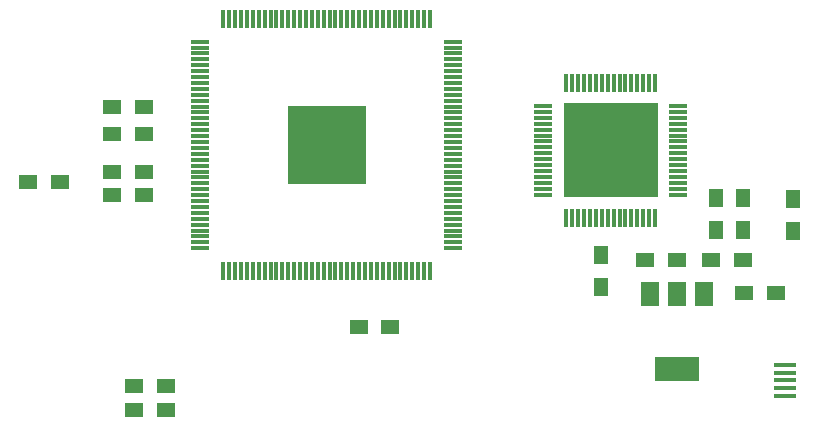
<source format=gtp>
G04 #@! TF.GenerationSoftware,KiCad,Pcbnew,(5.1.6)-1*
G04 #@! TF.CreationDate,2020-11-05T21:16:00+01:00*
G04 #@! TF.ProjectId,lag_tester,6c61675f-7465-4737-9465-722e6b696361,rev?*
G04 #@! TF.SameCoordinates,Original*
G04 #@! TF.FileFunction,Paste,Top*
G04 #@! TF.FilePolarity,Positive*
%FSLAX46Y46*%
G04 Gerber Fmt 4.6, Leading zero omitted, Abs format (unit mm)*
G04 Created by KiCad (PCBNEW (5.1.6)-1) date 2020-11-05 21:16:00*
%MOMM*%
%LPD*%
G01*
G04 APERTURE LIST*
%ADD10R,1.850000X0.400000*%
%ADD11R,8.000000X8.000000*%
%ADD12R,1.500000X0.300000*%
%ADD13R,0.300000X1.500000*%
%ADD14R,1.500000X1.300000*%
%ADD15R,1.300000X1.500000*%
%ADD16R,3.800000X2.000000*%
%ADD17R,1.500000X2.000000*%
%ADD18R,6.700000X6.700000*%
G04 APERTURE END LIST*
D10*
X133755000Y-109190000D03*
X133755000Y-109840000D03*
X133755000Y-110490000D03*
X133755000Y-111140000D03*
X133755000Y-111790000D03*
D11*
X119000000Y-91000000D03*
D12*
X113300000Y-94750000D03*
X113300000Y-94250000D03*
X113300000Y-93750000D03*
X113300000Y-93250000D03*
X113300000Y-92750000D03*
X113300000Y-92250000D03*
X113300000Y-91750000D03*
X113300000Y-91250000D03*
X113300000Y-90750000D03*
X113300000Y-90250000D03*
X113300000Y-89750000D03*
X113300000Y-89250000D03*
X113300000Y-88750000D03*
X113300000Y-88250000D03*
X113300000Y-87750000D03*
X113300000Y-87250000D03*
D13*
X115250000Y-85300000D03*
X115750000Y-85300000D03*
X116250000Y-85300000D03*
X116750000Y-85300000D03*
X117250000Y-85300000D03*
X117750000Y-85300000D03*
X118250000Y-85300000D03*
X118750000Y-85300000D03*
X119250000Y-85300000D03*
X119750000Y-85300000D03*
X120250000Y-85300000D03*
X120750000Y-85300000D03*
X121250000Y-85300000D03*
X121750000Y-85300000D03*
X122250000Y-85300000D03*
X122750000Y-85300000D03*
D12*
X124700000Y-87250000D03*
X124700000Y-87750000D03*
X124700000Y-88250000D03*
X124700000Y-88750000D03*
X124700000Y-89250000D03*
X124700000Y-89750000D03*
X124700000Y-90250000D03*
X124700000Y-90750000D03*
X124700000Y-91250000D03*
X124700000Y-91750000D03*
X124700000Y-92250000D03*
X124700000Y-92750000D03*
X124700000Y-93250000D03*
X124700000Y-93750000D03*
X124700000Y-94250000D03*
X124700000Y-94750000D03*
D13*
X122750000Y-96700000D03*
X122250000Y-96700000D03*
X121750000Y-96700000D03*
X121250000Y-96700000D03*
X120750000Y-96700000D03*
X120250000Y-96700000D03*
X119750000Y-96700000D03*
X119250000Y-96700000D03*
X118750000Y-96700000D03*
X118250000Y-96700000D03*
X117750000Y-96700000D03*
X117250000Y-96700000D03*
X116750000Y-96700000D03*
X116250000Y-96700000D03*
X115750000Y-96700000D03*
X115250000Y-96700000D03*
D14*
X76750000Y-94800000D03*
X79450000Y-94800000D03*
X79450000Y-92800000D03*
X76750000Y-92800000D03*
X79500000Y-87300000D03*
X76800000Y-87300000D03*
X76800000Y-89600000D03*
X79500000Y-89600000D03*
X100350000Y-106000000D03*
X97650000Y-106000000D03*
X72400000Y-93675000D03*
X69700000Y-93675000D03*
X133020000Y-103120000D03*
X130320000Y-103120000D03*
X130190000Y-100280000D03*
X127490000Y-100280000D03*
D15*
X134450000Y-97800000D03*
X134450000Y-95100000D03*
X130220000Y-95040000D03*
X130220000Y-97740000D03*
X127880000Y-97770000D03*
X127880000Y-95070000D03*
X118160000Y-102550000D03*
X118160000Y-99850000D03*
D14*
X124590000Y-100300000D03*
X121890000Y-100300000D03*
D16*
X124592782Y-109499344D03*
D17*
X124592782Y-103199344D03*
X122292782Y-103199344D03*
X126892782Y-103199344D03*
D13*
X86200000Y-101250000D03*
X86700000Y-101250000D03*
X87200000Y-101250000D03*
X87700000Y-101250000D03*
X88200000Y-101250000D03*
X88700000Y-101250000D03*
X89200000Y-101250000D03*
X89700000Y-101250000D03*
X90200000Y-101250000D03*
X90700000Y-101250000D03*
X91200000Y-101250000D03*
X91700000Y-101250000D03*
X92200000Y-101250000D03*
X92700000Y-101250000D03*
X93200000Y-101250000D03*
X93700000Y-101250000D03*
X94200000Y-101250000D03*
X94700000Y-101250000D03*
X95200000Y-101250000D03*
X95700000Y-101250000D03*
X96200000Y-101250000D03*
X96700000Y-101250000D03*
X97200000Y-101250000D03*
X97700000Y-101250000D03*
X98200000Y-101250000D03*
X98700000Y-101250000D03*
X99200000Y-101250000D03*
X99700000Y-101250000D03*
X100200000Y-101250000D03*
X100700000Y-101250000D03*
X101200000Y-101250000D03*
X101700000Y-101250000D03*
X102200000Y-101250000D03*
X102700000Y-101250000D03*
X103200000Y-101250000D03*
X103700000Y-101250000D03*
D12*
X105650000Y-99300000D03*
X105650000Y-98800000D03*
X105650000Y-98300000D03*
X105650000Y-97800000D03*
X105650000Y-97300000D03*
X105650000Y-96800000D03*
X105650000Y-96300000D03*
X105650000Y-95800000D03*
X105650000Y-95300000D03*
X105650000Y-94800000D03*
X105650000Y-94300000D03*
X105650000Y-93800000D03*
X105650000Y-93300000D03*
X105650000Y-92800000D03*
X105650000Y-92300000D03*
X105650000Y-91800000D03*
X105650000Y-91300000D03*
X105650000Y-90800000D03*
X105650000Y-90300000D03*
X105650000Y-89800000D03*
X105650000Y-89300000D03*
X105650000Y-88800000D03*
X105650000Y-88300000D03*
X105650000Y-87800000D03*
X105650000Y-87300000D03*
X105650000Y-86800000D03*
X105650000Y-86300000D03*
X105650000Y-85800000D03*
X105650000Y-85300000D03*
X105650000Y-84800000D03*
X105650000Y-84300000D03*
X105650000Y-83800000D03*
X105650000Y-83300000D03*
X105650000Y-82800000D03*
X105650000Y-82300000D03*
X105650000Y-81800000D03*
D13*
X103700000Y-79850000D03*
X103200000Y-79850000D03*
X102700000Y-79850000D03*
X102200000Y-79850000D03*
X101700000Y-79850000D03*
X101200000Y-79850000D03*
X100700000Y-79850000D03*
X100200000Y-79850000D03*
X99700000Y-79850000D03*
X99200000Y-79850000D03*
X98700000Y-79850000D03*
X98200000Y-79850000D03*
X97700000Y-79850000D03*
X97200000Y-79850000D03*
X96700000Y-79850000D03*
X96200000Y-79850000D03*
X95700000Y-79850000D03*
X95200000Y-79850000D03*
X94700000Y-79850000D03*
X94200000Y-79850000D03*
X93700000Y-79850000D03*
X93200000Y-79850000D03*
X92700000Y-79850000D03*
X92200000Y-79850000D03*
X91700000Y-79850000D03*
X91200000Y-79850000D03*
X90700000Y-79850000D03*
X90200000Y-79850000D03*
X89700000Y-79850000D03*
X89200000Y-79850000D03*
X88700000Y-79850000D03*
X88200000Y-79850000D03*
X87700000Y-79850000D03*
X87200000Y-79850000D03*
X86700000Y-79850000D03*
X86200000Y-79850000D03*
D12*
X84250000Y-81800000D03*
X84250000Y-82300000D03*
X84250000Y-82800000D03*
X84250000Y-83300000D03*
X84250000Y-83800000D03*
X84250000Y-84300000D03*
X84250000Y-84800000D03*
X84250000Y-85300000D03*
X84250000Y-85800000D03*
X84250000Y-86300000D03*
X84250000Y-86800000D03*
X84250000Y-87300000D03*
X84250000Y-87800000D03*
X84250000Y-88300000D03*
X84250000Y-88800000D03*
X84250000Y-89300000D03*
X84250000Y-89800000D03*
X84250000Y-90300000D03*
X84250000Y-90800000D03*
X84250000Y-91300000D03*
X84250000Y-91800000D03*
X84250000Y-92300000D03*
X84250000Y-92800000D03*
X84250000Y-93300000D03*
X84250000Y-93800000D03*
X84250000Y-94300000D03*
X84250000Y-94800000D03*
X84250000Y-95300000D03*
X84250000Y-95800000D03*
X84250000Y-96300000D03*
X84250000Y-96800000D03*
X84250000Y-97300000D03*
X84250000Y-97800000D03*
X84250000Y-98300000D03*
X84250000Y-98800000D03*
X84250000Y-99300000D03*
D18*
X94950000Y-90550000D03*
D14*
X81350000Y-113000000D03*
X78650000Y-113000000D03*
X81350000Y-111000000D03*
X78650000Y-111000000D03*
M02*

</source>
